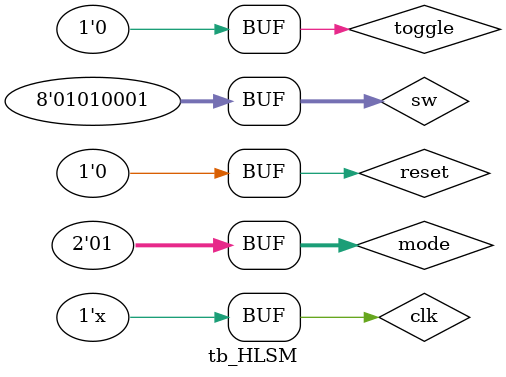
<source format=v>
`timescale 1ns / 1ps

module tb_HLSM;

reg clk;
reg toggle;
reg reset;
reg [7:0] sw;
reg [1:0] mode;
wire dp;
wire [3:0] an;
wire [6:0] sseg;

time_multiplex_main ul (
.clk(clk),
.toggle(toggle),
.reset(reset),
.sw(sw),
.mode(mode),
.dp(dp),
.an(an),
.sseg(sseg)
);

initial begin

clk = 0;
toggle =0;
reset = 1;
mode = 0;
sw = 16'h0000;

#10
reset = 0;
toggle =1;
sw = 16'h0001;

#10
toggle =0;
mode =1;
sw = 16'h0051;

#10

reset = 1;

#10

reset = 0;
toggle =1;
sw = 16'h0951;

#10
toggle =0;
sw = 16'hC951;

end

always
#5 clk = ~clk;


endmodule

</source>
